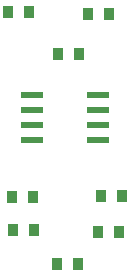
<source format=gbr>
G04 DesignSpark PCB Gerber Version 11.0 Build 5877*
G04 #@! TF.Part,Single*
G04 #@! TF.FileFunction,Paste,Bot*
G04 #@! TF.FilePolarity,Positive*
%FSLAX35Y35*%
%MOIN*%
G04 #@! TA.AperFunction,SMDPad,CuDef*
%ADD28R,0.03540X0.03930*%
%ADD27R,0.07600X0.02100*%
G04 #@! TD.AperFunction*
X0Y0D02*
D02*
D27*
X28970Y106382D03*
Y111382D03*
Y116382D03*
Y121382D03*
X50970Y106382D03*
Y111382D03*
Y116382D03*
Y121382D03*
D02*
D28*
X21116Y148921D03*
X22297Y87110D03*
X22691Y76087D03*
X28116Y148921D03*
X29297Y87110D03*
X29691Y76087D03*
X37257Y65063D03*
X37651Y134748D03*
X44257Y65063D03*
X44651Y134748D03*
X47494Y148134D03*
X51037Y75693D03*
X51824Y87504D03*
X54494Y148134D03*
X58037Y75693D03*
X58824Y87504D03*
X0Y0D02*
M02*

</source>
